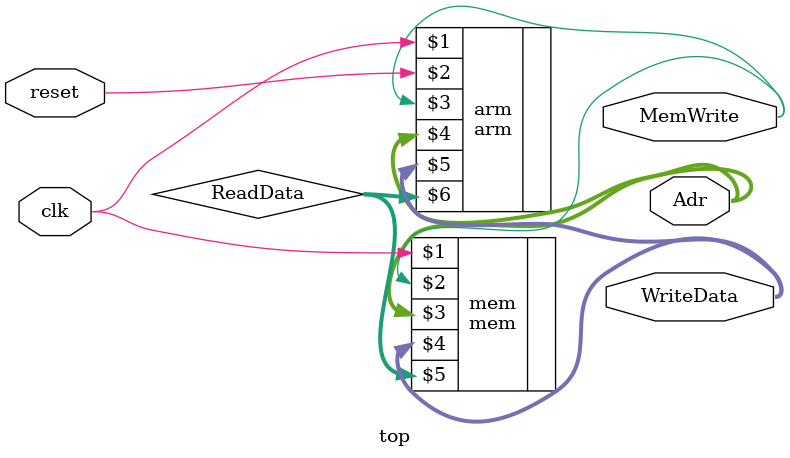
<source format=sv>
module top(input  logic        clk, reset, 
           output logic [31:0] WriteData, Adr, 
           output logic        MemWrite);

  logic [31:0] PC, Instr, ReadData;
  
  // instantiate processor and shared memory
  arm arm(clk, reset, MemWrite, Adr, 
          WriteData, ReadData);
  mem mem(clk, MemWrite, Adr, WriteData, ReadData);
endmodule
</source>
